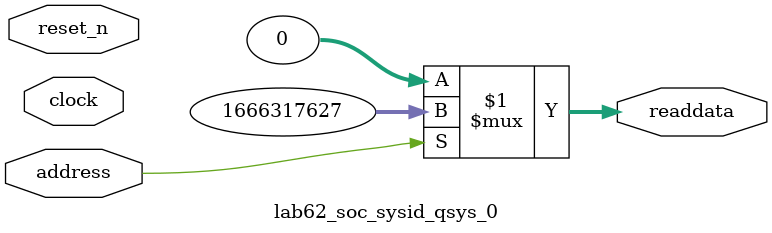
<source format=v>



// synthesis translate_off
`timescale 1ns / 1ps
// synthesis translate_on

// turn off superfluous verilog processor warnings 
// altera message_level Level1 
// altera message_off 10034 10035 10036 10037 10230 10240 10030 

module lab62_soc_sysid_qsys_0 (
               // inputs:
                address,
                clock,
                reset_n,

               // outputs:
                readdata
             )
;

  output  [ 31: 0] readdata;
  input            address;
  input            clock;
  input            reset_n;

  wire    [ 31: 0] readdata;
  //control_slave, which is an e_avalon_slave
  assign readdata = address ? 1666317627 : 0;

endmodule



</source>
